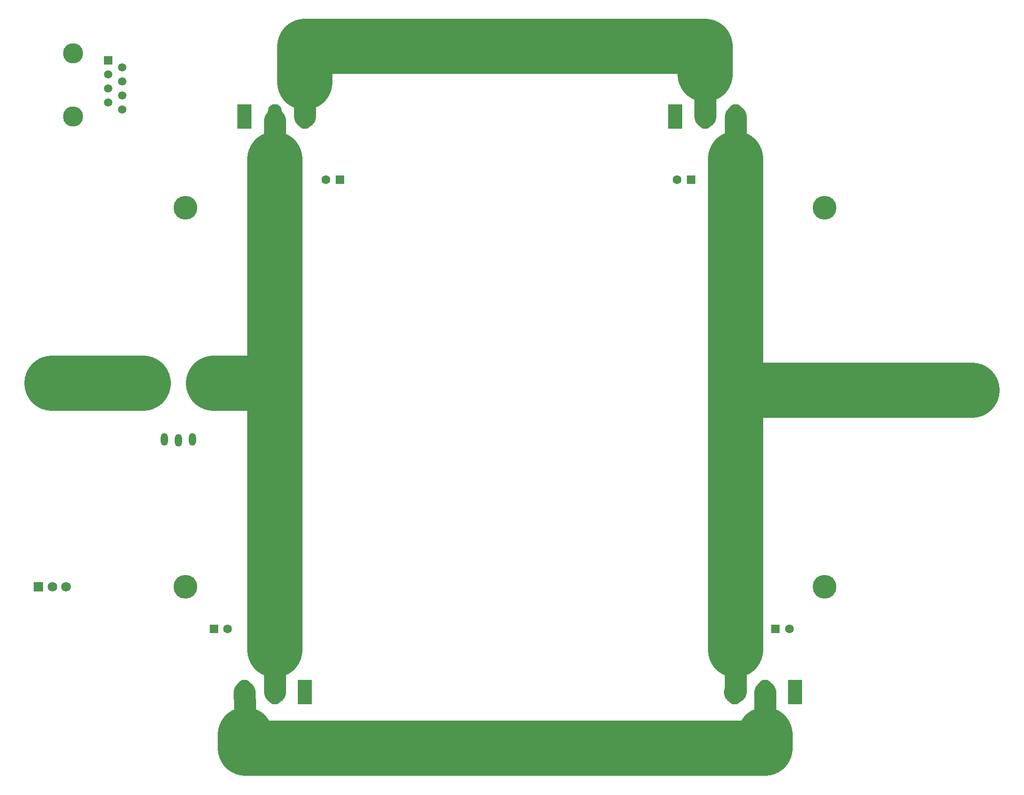
<source format=gbr>
G04 #@! TF.FileFunction,Soldermask,Top*
%FSLAX46Y46*%
G04 Gerber Fmt 4.6, Leading zero omitted, Abs format (unit mm)*
G04 Created by KiCad (PCBNEW 4.0.7) date 01/04/18 11:16:37*
%MOMM*%
%LPD*%
G01*
G04 APERTURE LIST*
%ADD10C,0.100000*%
%ADD11C,10.000000*%
%ADD12C,4.000000*%
%ADD13C,3.650000*%
%ADD14R,1.500000X1.500000*%
%ADD15C,1.500000*%
%ADD16C,10.000000*%
%ADD17C,4.300000*%
%ADD18R,2.500000X4.500000*%
%ADD19O,2.500000X4.500000*%
%ADD20R,1.600000X1.600000*%
%ADD21C,1.600000*%
%ADD22O,2.540000X1.900000*%
%ADD23O,1.300000X2.300000*%
%ADD24R,1.750000X1.750000*%
%ADD25C,1.750000*%
G04 APERTURE END LIST*
D10*
D11*
X41910000Y-86360000D02*
X58420000Y-86360000D01*
D12*
X87630000Y-38100000D02*
X87630000Y-31850000D01*
X87630000Y-31850000D02*
X87630000Y-27940000D01*
D11*
X87630000Y-25400000D02*
X87630000Y-31850000D01*
X124460000Y-25400000D02*
X87630000Y-25400000D01*
X124460000Y-25400000D02*
X160020000Y-25400000D01*
D12*
X160020000Y-38100000D02*
X160020000Y-30480000D01*
D11*
X160020000Y-30480000D02*
X160020000Y-25400000D01*
X82180000Y-86360000D02*
X82180000Y-45750001D01*
D12*
X82180000Y-38760469D02*
X82180000Y-45750001D01*
D11*
X82180000Y-86360000D02*
X82180000Y-134589999D01*
D12*
X82180000Y-134589999D02*
X82180000Y-142240000D01*
D11*
X71120000Y-86360000D02*
X82180000Y-86360000D01*
D12*
X165470000Y-142135000D02*
X165365000Y-142240000D01*
D11*
X208280000Y-87630000D02*
X165470000Y-87630000D01*
X165470000Y-87630000D02*
X165470000Y-45720000D01*
D12*
X165470000Y-38100000D02*
X165470000Y-45720000D01*
D11*
X165470000Y-87630000D02*
X165470000Y-134620000D01*
D12*
X165470000Y-134620000D02*
X165470000Y-142135000D01*
X170815000Y-149865845D02*
X170809155Y-149860000D01*
D11*
X170815000Y-152400000D02*
X170815000Y-149890001D01*
X124460000Y-152400000D02*
X170815000Y-152400000D01*
D12*
X170815000Y-149890001D02*
X170815000Y-149865845D01*
X170815000Y-142240000D02*
X170815000Y-149890001D01*
D11*
X124460000Y-152400000D02*
X76835000Y-152400000D01*
X76835000Y-152400000D02*
X76835000Y-149890001D01*
D12*
X76730000Y-142240000D02*
X76835000Y-147360194D01*
D13*
X45720000Y-38100000D03*
X45720000Y-26670000D03*
D14*
X52070000Y-27940000D03*
D15*
X54610000Y-29210000D03*
X52070000Y-30480000D03*
X54610000Y-31750000D03*
X52070000Y-33020000D03*
X54610000Y-34290000D03*
X52070000Y-35560000D03*
X54610000Y-36830000D03*
D16*
X124460000Y-152400000D03*
X124460000Y-25400000D03*
X208280000Y-87630000D03*
X41910000Y-86360000D03*
D17*
X181610000Y-123190000D03*
D18*
X76730000Y-38100000D03*
D19*
X82180000Y-38100000D03*
X87630000Y-38100000D03*
D17*
X181610000Y-54610000D03*
D20*
X71160000Y-130810000D03*
D21*
X73660000Y-130810000D03*
D20*
X172720000Y-130810000D03*
D21*
X175220000Y-130810000D03*
D17*
X66040000Y-54610000D03*
X66040000Y-123190000D03*
D20*
X93940000Y-49530000D03*
D21*
X91440000Y-49530000D03*
D20*
X157440000Y-49530000D03*
D21*
X154940000Y-49530000D03*
D18*
X154570000Y-38100000D03*
D19*
X160020000Y-38100000D03*
X165470000Y-38100000D03*
D18*
X176265000Y-142240000D03*
D19*
X170815000Y-142240000D03*
X165365000Y-142240000D03*
D18*
X87630000Y-142240000D03*
D19*
X82180000Y-142240000D03*
X76730000Y-142240000D03*
D22*
X71120000Y-88900000D03*
D23*
X67310000Y-96520000D03*
X64770000Y-96614460D03*
X62230000Y-96520000D03*
D22*
X71120000Y-86360000D03*
X71120000Y-83820000D03*
X58420000Y-88900000D03*
X58420000Y-86360000D03*
X58420000Y-83820000D03*
D24*
X39450000Y-123190000D03*
D25*
X41950000Y-123190000D03*
X44450000Y-123190000D03*
M02*

</source>
